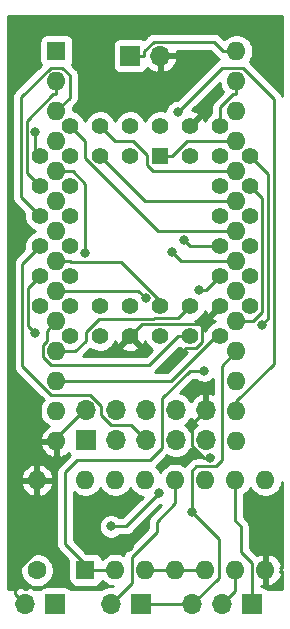
<source format=gbl>
G04 #@! TF.GenerationSoftware,KiCad,Pcbnew,(5.1.9)-1*
G04 #@! TF.CreationDate,2023-07-24T12:28:25+01:00*
G04 #@! TF.ProjectId,ezPLAv2.0_TestPCB,657a504c-4176-4322-9e30-5f5465737450,v2.0 TEST PCB*
G04 #@! TF.SameCoordinates,Original*
G04 #@! TF.FileFunction,Copper,L2,Bot*
G04 #@! TF.FilePolarity,Positive*
%FSLAX46Y46*%
G04 Gerber Fmt 4.6, Leading zero omitted, Abs format (unit mm)*
G04 Created by KiCad (PCBNEW (5.1.9)-1) date 2023-07-24 12:28:25*
%MOMM*%
%LPD*%
G01*
G04 APERTURE LIST*
G04 #@! TA.AperFunction,ComponentPad*
%ADD10R,1.600000X1.600000*%
G04 #@! TD*
G04 #@! TA.AperFunction,ComponentPad*
%ADD11O,1.600000X1.600000*%
G04 #@! TD*
G04 #@! TA.AperFunction,ComponentPad*
%ADD12O,1.700000X1.700000*%
G04 #@! TD*
G04 #@! TA.AperFunction,ComponentPad*
%ADD13R,1.700000X1.700000*%
G04 #@! TD*
G04 #@! TA.AperFunction,ComponentPad*
%ADD14C,1.422400*%
G04 #@! TD*
G04 #@! TA.AperFunction,ComponentPad*
%ADD15R,1.422400X1.422400*%
G04 #@! TD*
G04 #@! TA.AperFunction,ComponentPad*
%ADD16C,1.600000*%
G04 #@! TD*
G04 #@! TA.AperFunction,ViaPad*
%ADD17C,0.800000*%
G04 #@! TD*
G04 #@! TA.AperFunction,Conductor*
%ADD18C,0.250000*%
G04 #@! TD*
G04 #@! TA.AperFunction,Conductor*
%ADD19C,0.254000*%
G04 #@! TD*
G04 #@! TA.AperFunction,Conductor*
%ADD20C,0.100000*%
G04 #@! TD*
G04 APERTURE END LIST*
D10*
X140227600Y-102617000D03*
D11*
X155467600Y-135637000D03*
X140227600Y-105157000D03*
X155467600Y-133097000D03*
X140227600Y-107697000D03*
X155467600Y-130557000D03*
X140227600Y-110237000D03*
X155467600Y-128017000D03*
X140227600Y-112777000D03*
X155467600Y-125477000D03*
X140227600Y-115317000D03*
X155467600Y-122937000D03*
X140227600Y-117857000D03*
X155467600Y-120397000D03*
X140227600Y-120397000D03*
X155467600Y-117857000D03*
X140227600Y-122937000D03*
X155467600Y-115317000D03*
X140227600Y-125477000D03*
X155467600Y-112777000D03*
X140227600Y-128017000D03*
X155467600Y-110237000D03*
X140227600Y-130557000D03*
X155467600Y-107697000D03*
X140227600Y-133097000D03*
X155467600Y-105157000D03*
X140227600Y-135637000D03*
X155467600Y-102617000D03*
D12*
X149000000Y-103000000D03*
D13*
X146460000Y-103000000D03*
D14*
X156620000Y-111500000D03*
X156620000Y-114040000D03*
X156620000Y-116580000D03*
X156620000Y-119120000D03*
X156620000Y-121660000D03*
X154080000Y-108960000D03*
X154080000Y-114040000D03*
X154080000Y-116580000D03*
X154080000Y-119120000D03*
X154080000Y-121660000D03*
X154080000Y-124200000D03*
X154080000Y-126740000D03*
X151540000Y-126740000D03*
X149000000Y-126740000D03*
X146460000Y-126740000D03*
X143920000Y-126740000D03*
X141380000Y-126740000D03*
X156620000Y-124200000D03*
X151540000Y-124200000D03*
X149000000Y-124200000D03*
X146460000Y-124200000D03*
X143920000Y-124200000D03*
X141380000Y-124200000D03*
X138840000Y-124200000D03*
X138840000Y-121660000D03*
X138840000Y-119120000D03*
X138840000Y-116580000D03*
X138840000Y-114040000D03*
X138840000Y-111500000D03*
X141380000Y-121660000D03*
X141380000Y-119120000D03*
X141380000Y-116580000D03*
X141380000Y-114040000D03*
X141380000Y-111500000D03*
X151540000Y-108960000D03*
X149000000Y-108960000D03*
X141380000Y-108960000D03*
X143920000Y-108960000D03*
X146460000Y-108960000D03*
X154080000Y-111500000D03*
X151540000Y-111500000D03*
X143920000Y-111500000D03*
X146460000Y-111500000D03*
D15*
X149000000Y-111500000D03*
D13*
X142710000Y-135540000D03*
D12*
X142710000Y-133000000D03*
X145250000Y-135540000D03*
X145250000Y-133000000D03*
X147790000Y-135540000D03*
X147790000Y-133000000D03*
X150330000Y-135540000D03*
X150330000Y-133000000D03*
X152870000Y-135540000D03*
X152870000Y-133000000D03*
D16*
X138575000Y-146575000D03*
D11*
X138575000Y-138955000D03*
D10*
X142675000Y-146525000D03*
D11*
X157915000Y-138905000D03*
X145215000Y-146525000D03*
X155375000Y-138905000D03*
X147755000Y-146525000D03*
X152835000Y-138905000D03*
X150295000Y-146525000D03*
X150295000Y-138905000D03*
X152835000Y-146525000D03*
X147755000Y-138905000D03*
X155375000Y-146525000D03*
X145215000Y-138905000D03*
X157915000Y-146525000D03*
X142675000Y-138905000D03*
D13*
X156800000Y-149425000D03*
D12*
X154260000Y-149425000D03*
X151720000Y-149425000D03*
D13*
X140125000Y-149425000D03*
D12*
X137585000Y-149425000D03*
X144835000Y-149425000D03*
D13*
X147375000Y-149425000D03*
D17*
X151975000Y-130925000D03*
X150075000Y-128925000D03*
X153250000Y-137054975D03*
X140050000Y-145025000D03*
X146350000Y-144625000D03*
X157475000Y-140925000D03*
X138426800Y-126523700D03*
X138428300Y-109478500D03*
X152293200Y-122882000D03*
X147781700Y-123557800D03*
X150036600Y-119628000D03*
X157609100Y-125800400D03*
X142650000Y-119740500D03*
X152725000Y-129675000D03*
X150487100Y-107774200D03*
X151002700Y-118617400D03*
X151675000Y-141624998D03*
X148925000Y-140050000D03*
X144840001Y-142850000D03*
D18*
X146460000Y-126740000D02*
X147474989Y-125725011D01*
X147474989Y-125725011D02*
X148650224Y-125725011D01*
X148650224Y-125725011D02*
X148671835Y-125703400D01*
X148671835Y-125703400D02*
X152576600Y-125703400D01*
X152576600Y-125703400D02*
X154080000Y-124200000D01*
X151223799Y-127776201D02*
X150075000Y-128925000D01*
X152576201Y-127237377D02*
X152037377Y-127776201D01*
X152037377Y-127776201D02*
X151223799Y-127776201D01*
X152576201Y-125703799D02*
X152576201Y-127237377D01*
X154080000Y-124200000D02*
X152576201Y-125703799D01*
X151694999Y-136065661D02*
X152684315Y-137054975D01*
X151694999Y-134175001D02*
X151694999Y-136065661D01*
X152870000Y-133000000D02*
X151694999Y-134175001D01*
X152684315Y-137054975D02*
X153250000Y-137054975D01*
X142689200Y-133020800D02*
X142710000Y-133000000D01*
X142554200Y-133020800D02*
X142689200Y-133020800D01*
X140227600Y-135347400D02*
X142554200Y-133020800D01*
X140227600Y-135637000D02*
X140227600Y-135347400D01*
X138459998Y-145025000D02*
X140050000Y-145025000D01*
X136735001Y-146749997D02*
X138459998Y-145025000D01*
X136735001Y-148575001D02*
X136735001Y-146749997D01*
X137585000Y-149425000D02*
X136735001Y-148575001D01*
X138426800Y-126523700D02*
X137800000Y-125896900D01*
X137800000Y-125896900D02*
X137800000Y-122700000D01*
X137800000Y-122700000D02*
X138840000Y-121660000D01*
X155467600Y-102617000D02*
X154342300Y-102617000D01*
X146460000Y-103000000D02*
X147635300Y-103000000D01*
X147635300Y-103000000D02*
X147635300Y-102632700D01*
X147635300Y-102632700D02*
X148460600Y-101807400D01*
X148460600Y-101807400D02*
X153532700Y-101807400D01*
X153532700Y-101807400D02*
X154342300Y-102617000D01*
X138840000Y-111500000D02*
X138428300Y-111088300D01*
X138428300Y-111088300D02*
X138428300Y-109478500D01*
X138840000Y-119120000D02*
X137349700Y-120610300D01*
X137349700Y-120610300D02*
X137349700Y-129288900D01*
X137349700Y-129288900D02*
X139783300Y-131722500D01*
X139783300Y-131722500D02*
X143098900Y-131722500D01*
X143098900Y-131722500D02*
X144022000Y-132645600D01*
X144022000Y-132645600D02*
X144022000Y-133451900D01*
X144022000Y-133451900D02*
X144840100Y-134270000D01*
X144840100Y-134270000D02*
X146520000Y-134270000D01*
X146520000Y-134270000D02*
X147790000Y-135540000D01*
X154080000Y-121660000D02*
X152858000Y-122882000D01*
X152858000Y-122882000D02*
X152293200Y-122882000D01*
X155467600Y-105157000D02*
X155467600Y-106282300D01*
X154080000Y-108960000D02*
X154080000Y-107388600D01*
X154080000Y-107388600D02*
X155186300Y-106282300D01*
X155186300Y-106282300D02*
X155467600Y-106282300D01*
X149892989Y-130557000D02*
X140227600Y-130557000D01*
X153709989Y-126740000D02*
X149892989Y-130557000D01*
X154080000Y-126740000D02*
X153709989Y-126740000D01*
X149000000Y-111500000D02*
X150036500Y-111500000D01*
X150036500Y-111500000D02*
X151299500Y-110237000D01*
X151299500Y-110237000D02*
X155467600Y-110237000D01*
X141833000Y-128017000D02*
X140227600Y-128017000D01*
X142700000Y-127150000D02*
X141833000Y-128017000D01*
X142700000Y-126425000D02*
X142700000Y-127150000D01*
X143850000Y-125275000D02*
X142700000Y-126425000D01*
X148463824Y-125275000D02*
X143850000Y-125275000D01*
X148502623Y-125236201D02*
X148463824Y-125275000D01*
X150503799Y-125236201D02*
X148502623Y-125236201D01*
X151540000Y-124200000D02*
X150503799Y-125236201D01*
X143920000Y-108960000D02*
X145190000Y-110230000D01*
X145190000Y-110230000D02*
X146697000Y-110230000D01*
X146697000Y-110230000D02*
X147889300Y-111422300D01*
X147889300Y-111422300D02*
X147889300Y-112275400D01*
X147889300Y-112275400D02*
X148390900Y-112777000D01*
X148390900Y-112777000D02*
X155467600Y-112777000D01*
X139101700Y-128500700D02*
X139101700Y-127504800D01*
X139427601Y-126276999D02*
X140227600Y-125477000D01*
X139779900Y-129178900D02*
X139101700Y-128500700D01*
X139427601Y-127178899D02*
X139427601Y-126276999D01*
X139101700Y-127504800D02*
X139427601Y-127178899D01*
X150534212Y-126740000D02*
X148095312Y-129178900D01*
X148095312Y-129178900D02*
X139779900Y-129178900D01*
X151540000Y-126740000D02*
X150534212Y-126740000D01*
X143920000Y-111500000D02*
X147737000Y-115317000D01*
X147737000Y-115317000D02*
X155467600Y-115317000D01*
X141352900Y-122937000D02*
X147160900Y-122937000D01*
X147160900Y-122937000D02*
X147781700Y-123557800D01*
X140227600Y-122937000D02*
X141352900Y-122937000D01*
X141380000Y-108960000D02*
X142650000Y-110230000D01*
X142650000Y-110230000D02*
X142650000Y-111704700D01*
X142650000Y-111704700D02*
X148802300Y-117857000D01*
X148802300Y-117857000D02*
X155467600Y-117857000D01*
X149000000Y-124200000D02*
X149000000Y-123750300D01*
X149000000Y-123750300D02*
X145715500Y-120465800D01*
X145715500Y-120465800D02*
X141421700Y-120465800D01*
X141421700Y-120465800D02*
X141352900Y-120397000D01*
X140227600Y-120397000D02*
X141352900Y-120397000D01*
X155467600Y-120397000D02*
X150805600Y-120397000D01*
X150805600Y-120397000D02*
X150036600Y-119628000D01*
X157609100Y-125800400D02*
X158162800Y-125246700D01*
X158162800Y-125246700D02*
X158162800Y-113042800D01*
X158162800Y-113042800D02*
X156620000Y-111500000D01*
X156620000Y-114040000D02*
X157660900Y-115080900D01*
X157660900Y-115080900D02*
X157660900Y-124673900D01*
X157660900Y-124673900D02*
X156857800Y-125477000D01*
X156857800Y-125477000D02*
X155467600Y-125477000D01*
X140227600Y-112777000D02*
X141599900Y-112777000D01*
X141599900Y-112777000D02*
X142650000Y-113827100D01*
X142650000Y-113827100D02*
X142650000Y-119740500D01*
X142675000Y-146525000D02*
X145215000Y-146525000D01*
X142675000Y-146075000D02*
X141475000Y-144875000D01*
X142675000Y-146525000D02*
X142675000Y-146075000D01*
X140950000Y-144350000D02*
X141475000Y-144875000D01*
X148150000Y-137250000D02*
X141975000Y-137250000D01*
X149150001Y-132024999D02*
X149150001Y-136249999D01*
X140950000Y-138275000D02*
X140950000Y-144350000D01*
X141975000Y-137250000D02*
X140950000Y-138275000D01*
X151500000Y-129675000D02*
X149150001Y-132024999D01*
X149150001Y-136249999D02*
X148150000Y-137250000D01*
X152725000Y-129675000D02*
X151500000Y-129675000D01*
X140227600Y-107697000D02*
X141370000Y-106554600D01*
X141370000Y-106554600D02*
X141370000Y-104670200D01*
X141370000Y-104670200D02*
X140710700Y-104010900D01*
X140710700Y-104010900D02*
X139751200Y-104010900D01*
X139751200Y-104010900D02*
X137252700Y-106509400D01*
X137252700Y-106509400D02*
X137252700Y-114992700D01*
X137252700Y-114992700D02*
X138840000Y-116580000D01*
X154080000Y-119120000D02*
X151505300Y-119120000D01*
X151505300Y-119120000D02*
X151002700Y-118617400D01*
X154232600Y-104028700D02*
X150487100Y-107774200D01*
X156001700Y-104028700D02*
X154232600Y-104028700D01*
X158613100Y-106640100D02*
X156001700Y-104028700D01*
X158613100Y-129084400D02*
X158613100Y-106640100D01*
X155467600Y-132229900D02*
X158613100Y-129084400D01*
X155467600Y-133097000D02*
X155467600Y-132229900D01*
X140227600Y-106282300D02*
X139946300Y-106282300D01*
X139946300Y-106282300D02*
X137703000Y-108525600D01*
X137703000Y-108525600D02*
X137703000Y-112903000D01*
X137703000Y-112903000D02*
X138840000Y-114040000D01*
X140227600Y-105157000D02*
X140227600Y-106282300D01*
X151924998Y-141624998D02*
X151675000Y-141624998D01*
X151675000Y-141624998D02*
X152900002Y-142850000D01*
X151674999Y-138180000D02*
X151675000Y-141624998D01*
X152075000Y-137779999D02*
X151674999Y-138180000D01*
X154250001Y-137273001D02*
X153743003Y-137779999D01*
X153743003Y-137779999D02*
X152075000Y-137779999D01*
X154250001Y-129234599D02*
X154250001Y-137273001D01*
X155467600Y-128017000D02*
X154250001Y-129234599D01*
X153960001Y-143909999D02*
X152900002Y-142850000D01*
X153960001Y-147184999D02*
X153960001Y-143909999D01*
X151720000Y-149425000D02*
X153960001Y-147184999D01*
X147375000Y-149425000D02*
X151720000Y-149425000D01*
X147755000Y-146525000D02*
X150295000Y-146525000D01*
X150295000Y-146525000D02*
X152835000Y-146525000D01*
X154750000Y-146525000D02*
X155375000Y-146525000D01*
X154260000Y-149425000D02*
X155350000Y-148335000D01*
X155350000Y-146550000D02*
X155375000Y-146525000D01*
X155350000Y-148335000D02*
X155350000Y-146550000D01*
X152835000Y-138905000D02*
X153200000Y-139270000D01*
X155375000Y-142410000D02*
X155815000Y-142850000D01*
X155375000Y-138905000D02*
X155375000Y-142410000D01*
X144840001Y-142850000D02*
X144840001Y-142850000D01*
X146125000Y-142850000D02*
X148925000Y-140050000D01*
X156789999Y-149414999D02*
X156800000Y-149425000D01*
X156789999Y-145989999D02*
X156789999Y-149414999D01*
X155815000Y-145015000D02*
X156789999Y-145989999D01*
X155815000Y-142850000D02*
X155815000Y-145015000D01*
X144840001Y-142850000D02*
X146125000Y-142850000D01*
X150295000Y-138905000D02*
X150224990Y-138975010D01*
X150295000Y-138905000D02*
X150295000Y-139655000D01*
X148739992Y-142465007D02*
X148739992Y-142850000D01*
X150295000Y-140909999D02*
X148739992Y-142465007D01*
X150295000Y-138905000D02*
X150295000Y-140909999D01*
X146629999Y-145418003D02*
X148739992Y-143308010D01*
X148739992Y-143308010D02*
X148739992Y-142465007D01*
X146629999Y-147630001D02*
X146629999Y-145418003D01*
X144835000Y-149425000D02*
X146629999Y-147630001D01*
D19*
X159340000Y-146397998D02*
X159185625Y-146397998D01*
X159306909Y-146175960D01*
X159212070Y-145911119D01*
X159067385Y-145669869D01*
X158878414Y-145461481D01*
X158652420Y-145293963D01*
X158398087Y-145173754D01*
X158264039Y-145133096D01*
X158042000Y-145255085D01*
X158042000Y-146398000D01*
X158062000Y-146398000D01*
X158062000Y-146652000D01*
X158042000Y-146652000D01*
X158042000Y-147794915D01*
X158264039Y-147916904D01*
X158398087Y-147876246D01*
X158652420Y-147756037D01*
X158878414Y-147588519D01*
X159067385Y-147380131D01*
X159212070Y-147138881D01*
X159306909Y-146874040D01*
X159185625Y-146652002D01*
X159340000Y-146652002D01*
X159340000Y-148173000D01*
X158141550Y-148173000D01*
X158101185Y-148123815D01*
X158004494Y-148044463D01*
X157894180Y-147985498D01*
X157774482Y-147949188D01*
X157650000Y-147936928D01*
X157549999Y-147936928D01*
X157549999Y-147912063D01*
X157565961Y-147916904D01*
X157788000Y-147794915D01*
X157788000Y-146652000D01*
X157768000Y-146652000D01*
X157768000Y-146398000D01*
X157788000Y-146398000D01*
X157788000Y-145255085D01*
X157565961Y-145133096D01*
X157431913Y-145173754D01*
X157177580Y-145293963D01*
X157172517Y-145297716D01*
X156575000Y-144700199D01*
X156575000Y-142887323D01*
X156578676Y-142850000D01*
X156575000Y-142812677D01*
X156575000Y-142812667D01*
X156564003Y-142701014D01*
X156520546Y-142557753D01*
X156470972Y-142465007D01*
X156449974Y-142425723D01*
X156407525Y-142374000D01*
X156355001Y-142309999D01*
X156325998Y-142286197D01*
X156135000Y-142095199D01*
X156135000Y-140123043D01*
X156289759Y-140019637D01*
X156489637Y-139819759D01*
X156645000Y-139587241D01*
X156800363Y-139819759D01*
X157000241Y-140019637D01*
X157235273Y-140176680D01*
X157496426Y-140284853D01*
X157773665Y-140340000D01*
X158056335Y-140340000D01*
X158333574Y-140284853D01*
X158594727Y-140176680D01*
X158829759Y-140019637D01*
X159029637Y-139819759D01*
X159186680Y-139584727D01*
X159294853Y-139323574D01*
X159340000Y-139096607D01*
X159340000Y-146397998D01*
G04 #@! TA.AperFunction,Conductor*
D20*
G36*
X159340000Y-146397998D02*
G01*
X159185625Y-146397998D01*
X159306909Y-146175960D01*
X159212070Y-145911119D01*
X159067385Y-145669869D01*
X158878414Y-145461481D01*
X158652420Y-145293963D01*
X158398087Y-145173754D01*
X158264039Y-145133096D01*
X158042000Y-145255085D01*
X158042000Y-146398000D01*
X158062000Y-146398000D01*
X158062000Y-146652000D01*
X158042000Y-146652000D01*
X158042000Y-147794915D01*
X158264039Y-147916904D01*
X158398087Y-147876246D01*
X158652420Y-147756037D01*
X158878414Y-147588519D01*
X159067385Y-147380131D01*
X159212070Y-147138881D01*
X159306909Y-146874040D01*
X159185625Y-146652002D01*
X159340000Y-146652002D01*
X159340000Y-148173000D01*
X158141550Y-148173000D01*
X158101185Y-148123815D01*
X158004494Y-148044463D01*
X157894180Y-147985498D01*
X157774482Y-147949188D01*
X157650000Y-147936928D01*
X157549999Y-147936928D01*
X157549999Y-147912063D01*
X157565961Y-147916904D01*
X157788000Y-147794915D01*
X157788000Y-146652000D01*
X157768000Y-146652000D01*
X157768000Y-146398000D01*
X157788000Y-146398000D01*
X157788000Y-145255085D01*
X157565961Y-145133096D01*
X157431913Y-145173754D01*
X157177580Y-145293963D01*
X157172517Y-145297716D01*
X156575000Y-144700199D01*
X156575000Y-142887323D01*
X156578676Y-142850000D01*
X156575000Y-142812677D01*
X156575000Y-142812667D01*
X156564003Y-142701014D01*
X156520546Y-142557753D01*
X156470972Y-142465007D01*
X156449974Y-142425723D01*
X156407525Y-142374000D01*
X156355001Y-142309999D01*
X156325998Y-142286197D01*
X156135000Y-142095199D01*
X156135000Y-140123043D01*
X156289759Y-140019637D01*
X156489637Y-139819759D01*
X156645000Y-139587241D01*
X156800363Y-139819759D01*
X157000241Y-140019637D01*
X157235273Y-140176680D01*
X157496426Y-140284853D01*
X157773665Y-140340000D01*
X158056335Y-140340000D01*
X158333574Y-140284853D01*
X158594727Y-140176680D01*
X158829759Y-140019637D01*
X159029637Y-139819759D01*
X159186680Y-139584727D01*
X159294853Y-139323574D01*
X159340000Y-139096607D01*
X159340000Y-146397998D01*
G37*
G04 #@! TD.AperFunction*
D19*
X159340001Y-106418252D02*
X159318646Y-106347853D01*
X159248074Y-106215824D01*
X159153101Y-106100099D01*
X159124103Y-106076301D01*
X156580899Y-103533097D01*
X156582237Y-103531759D01*
X156739280Y-103296727D01*
X156847453Y-103035574D01*
X156902600Y-102758335D01*
X156902600Y-102475665D01*
X156847453Y-102198426D01*
X156739280Y-101937273D01*
X156582237Y-101702241D01*
X156382359Y-101502363D01*
X156147327Y-101345320D01*
X155886174Y-101237147D01*
X155608935Y-101182000D01*
X155326265Y-101182000D01*
X155049026Y-101237147D01*
X154787873Y-101345320D01*
X154552841Y-101502363D01*
X154427653Y-101627551D01*
X154096503Y-101296402D01*
X154072701Y-101267399D01*
X153956976Y-101172426D01*
X153824947Y-101101854D01*
X153681686Y-101058397D01*
X153570033Y-101047400D01*
X153570022Y-101047400D01*
X153532700Y-101043724D01*
X153495378Y-101047400D01*
X148497922Y-101047400D01*
X148460599Y-101043724D01*
X148423276Y-101047400D01*
X148423267Y-101047400D01*
X148311614Y-101058397D01*
X148168353Y-101101854D01*
X148036324Y-101172426D01*
X148036322Y-101172427D01*
X148036323Y-101172427D01*
X147949596Y-101243601D01*
X147949592Y-101243605D01*
X147920599Y-101267399D01*
X147896805Y-101296392D01*
X147605349Y-101587849D01*
X147554180Y-101560498D01*
X147434482Y-101524188D01*
X147310000Y-101511928D01*
X145610000Y-101511928D01*
X145485518Y-101524188D01*
X145365820Y-101560498D01*
X145255506Y-101619463D01*
X145158815Y-101698815D01*
X145079463Y-101795506D01*
X145020498Y-101905820D01*
X144984188Y-102025518D01*
X144971928Y-102150000D01*
X144971928Y-103850000D01*
X144984188Y-103974482D01*
X145020498Y-104094180D01*
X145079463Y-104204494D01*
X145158815Y-104301185D01*
X145255506Y-104380537D01*
X145365820Y-104439502D01*
X145485518Y-104475812D01*
X145610000Y-104488072D01*
X147310000Y-104488072D01*
X147434482Y-104475812D01*
X147554180Y-104439502D01*
X147664494Y-104380537D01*
X147761185Y-104301185D01*
X147840537Y-104204494D01*
X147899502Y-104094180D01*
X147923966Y-104013534D01*
X147999731Y-104097588D01*
X148233080Y-104271641D01*
X148495901Y-104396825D01*
X148643110Y-104441476D01*
X148873000Y-104320155D01*
X148873000Y-103127000D01*
X149127000Y-103127000D01*
X149127000Y-104320155D01*
X149356890Y-104441476D01*
X149504099Y-104396825D01*
X149766920Y-104271641D01*
X150000269Y-104097588D01*
X150195178Y-103881355D01*
X150344157Y-103631252D01*
X150441481Y-103356891D01*
X150320814Y-103127000D01*
X149127000Y-103127000D01*
X148873000Y-103127000D01*
X148853000Y-103127000D01*
X148853000Y-102873000D01*
X148873000Y-102873000D01*
X148873000Y-102853000D01*
X149127000Y-102853000D01*
X149127000Y-102873000D01*
X150320814Y-102873000D01*
X150441481Y-102643109D01*
X150414625Y-102567400D01*
X153217899Y-102567400D01*
X153778501Y-103128002D01*
X153802299Y-103157001D01*
X153918024Y-103251974D01*
X154011063Y-103301705D01*
X153942361Y-103322545D01*
X153940353Y-103323154D01*
X153808323Y-103393726D01*
X153743286Y-103447101D01*
X153692599Y-103488699D01*
X153668801Y-103517697D01*
X150447299Y-106739200D01*
X150385161Y-106739200D01*
X150185202Y-106778974D01*
X149996844Y-106856995D01*
X149827326Y-106970263D01*
X149683163Y-107114426D01*
X149569895Y-107283944D01*
X149491874Y-107472302D01*
X149452100Y-107672261D01*
X149452100Y-107690149D01*
X149392672Y-107665533D01*
X149132589Y-107613800D01*
X148867411Y-107613800D01*
X148607328Y-107665533D01*
X148362335Y-107767013D01*
X148141847Y-107914338D01*
X147954338Y-108101847D01*
X147807013Y-108322335D01*
X147730000Y-108508260D01*
X147652987Y-108322335D01*
X147505662Y-108101847D01*
X147318153Y-107914338D01*
X147097665Y-107767013D01*
X146852672Y-107665533D01*
X146592589Y-107613800D01*
X146327411Y-107613800D01*
X146067328Y-107665533D01*
X145822335Y-107767013D01*
X145601847Y-107914338D01*
X145414338Y-108101847D01*
X145267013Y-108322335D01*
X145190000Y-108508260D01*
X145112987Y-108322335D01*
X144965662Y-108101847D01*
X144778153Y-107914338D01*
X144557665Y-107767013D01*
X144312672Y-107665533D01*
X144052589Y-107613800D01*
X143787411Y-107613800D01*
X143527328Y-107665533D01*
X143282335Y-107767013D01*
X143061847Y-107914338D01*
X142874338Y-108101847D01*
X142727013Y-108322335D01*
X142650000Y-108508260D01*
X142572987Y-108322335D01*
X142425662Y-108101847D01*
X142238153Y-107914338D01*
X142017665Y-107767013D01*
X141772672Y-107665533D01*
X141662600Y-107643639D01*
X141662600Y-107555665D01*
X141626288Y-107373114D01*
X141881004Y-107118398D01*
X141910001Y-107094601D01*
X142004974Y-106978876D01*
X142075546Y-106846847D01*
X142119003Y-106703586D01*
X142130000Y-106591933D01*
X142130000Y-106591932D01*
X142133677Y-106554600D01*
X142130000Y-106517267D01*
X142130000Y-104707522D01*
X142133676Y-104670199D01*
X142130000Y-104632877D01*
X142130000Y-104632867D01*
X142119003Y-104521214D01*
X142075546Y-104377953D01*
X142035561Y-104303147D01*
X142004974Y-104245923D01*
X141933799Y-104159197D01*
X141910001Y-104130199D01*
X141881002Y-104106400D01*
X141552709Y-103778108D01*
X141558137Y-103771494D01*
X141617102Y-103661180D01*
X141653412Y-103541482D01*
X141665672Y-103417000D01*
X141665672Y-101817000D01*
X141653412Y-101692518D01*
X141617102Y-101572820D01*
X141558137Y-101462506D01*
X141478785Y-101365815D01*
X141382094Y-101286463D01*
X141271780Y-101227498D01*
X141152082Y-101191188D01*
X141027600Y-101178928D01*
X139427600Y-101178928D01*
X139303118Y-101191188D01*
X139183420Y-101227498D01*
X139073106Y-101286463D01*
X138976415Y-101365815D01*
X138897063Y-101462506D01*
X138838098Y-101572820D01*
X138801788Y-101692518D01*
X138789528Y-101817000D01*
X138789528Y-103417000D01*
X138801788Y-103541482D01*
X138838098Y-103661180D01*
X138897063Y-103771494D01*
X138905511Y-103781788D01*
X136741703Y-105945596D01*
X136712699Y-105969399D01*
X136683379Y-106005126D01*
X136617726Y-106085124D01*
X136547865Y-106215823D01*
X136547154Y-106217154D01*
X136503697Y-106360415D01*
X136492700Y-106472068D01*
X136492700Y-106472078D01*
X136489024Y-106509400D01*
X136492700Y-106546722D01*
X136492701Y-114955368D01*
X136489024Y-114992700D01*
X136503698Y-115141685D01*
X136547154Y-115284946D01*
X136617726Y-115416976D01*
X136657948Y-115465986D01*
X136712700Y-115532701D01*
X136741698Y-115556499D01*
X137516830Y-116331631D01*
X137493800Y-116447411D01*
X137493800Y-116712589D01*
X137545533Y-116972672D01*
X137647013Y-117217665D01*
X137794338Y-117438153D01*
X137981847Y-117625662D01*
X138202335Y-117772987D01*
X138388260Y-117850000D01*
X138202335Y-117927013D01*
X137981847Y-118074338D01*
X137794338Y-118261847D01*
X137647013Y-118482335D01*
X137545533Y-118727328D01*
X137493800Y-118987411D01*
X137493800Y-119252589D01*
X137516830Y-119368368D01*
X136838702Y-120046497D01*
X136809699Y-120070299D01*
X136781424Y-120104753D01*
X136714726Y-120186024D01*
X136681591Y-120248015D01*
X136644154Y-120318054D01*
X136600697Y-120461315D01*
X136589700Y-120572968D01*
X136589700Y-120572978D01*
X136586024Y-120610300D01*
X136589700Y-120647622D01*
X136589701Y-129251568D01*
X136586024Y-129288900D01*
X136589701Y-129326233D01*
X136600698Y-129437886D01*
X136613880Y-129481342D01*
X136644154Y-129581146D01*
X136714726Y-129713176D01*
X136784667Y-129798398D01*
X136809700Y-129828901D01*
X136838698Y-129852699D01*
X139140601Y-132154603D01*
X139112963Y-132182241D01*
X138955920Y-132417273D01*
X138847747Y-132678426D01*
X138792600Y-132955665D01*
X138792600Y-133238335D01*
X138847747Y-133515574D01*
X138955920Y-133776727D01*
X139112963Y-134011759D01*
X139312841Y-134211637D01*
X139547873Y-134368680D01*
X139558465Y-134373067D01*
X139372469Y-134484615D01*
X139164081Y-134673586D01*
X138996563Y-134899580D01*
X138876354Y-135153913D01*
X138835696Y-135287961D01*
X138957685Y-135510000D01*
X140100600Y-135510000D01*
X140100600Y-135490000D01*
X140354600Y-135490000D01*
X140354600Y-135510000D01*
X140374600Y-135510000D01*
X140374600Y-135764000D01*
X140354600Y-135764000D01*
X140354600Y-136907624D01*
X140576640Y-137028909D01*
X140841481Y-136934070D01*
X141082731Y-136789385D01*
X141266914Y-136622364D01*
X141270498Y-136634180D01*
X141329463Y-136744494D01*
X141363829Y-136786369D01*
X140439002Y-137711196D01*
X140409999Y-137734999D01*
X140354871Y-137802174D01*
X140315026Y-137850724D01*
X140258997Y-137955546D01*
X140244454Y-137982754D01*
X140200997Y-138126015D01*
X140190000Y-138237668D01*
X140190000Y-138237678D01*
X140186324Y-138275000D01*
X140190000Y-138312323D01*
X140190001Y-144312668D01*
X140186324Y-144350000D01*
X140190001Y-144387333D01*
X140198636Y-144474999D01*
X140200998Y-144498985D01*
X140244454Y-144642246D01*
X140315026Y-144774276D01*
X140386201Y-144861002D01*
X140410000Y-144890001D01*
X140438998Y-144913799D01*
X140963997Y-145438799D01*
X140964002Y-145438803D01*
X141238118Y-145712919D01*
X141236928Y-145725000D01*
X141236928Y-147325000D01*
X141249188Y-147449482D01*
X141285498Y-147569180D01*
X141344463Y-147679494D01*
X141423815Y-147776185D01*
X141520506Y-147855537D01*
X141630820Y-147914502D01*
X141750518Y-147950812D01*
X141875000Y-147963072D01*
X143475000Y-147963072D01*
X143599482Y-147950812D01*
X143719180Y-147914502D01*
X143829494Y-147855537D01*
X143926185Y-147776185D01*
X144005537Y-147679494D01*
X144064502Y-147569180D01*
X144100812Y-147449482D01*
X144101643Y-147441039D01*
X144300241Y-147639637D01*
X144535273Y-147796680D01*
X144796426Y-147904853D01*
X144973120Y-147940000D01*
X144688740Y-147940000D01*
X144401842Y-147997068D01*
X144131589Y-148109010D01*
X144035821Y-148173000D01*
X141466550Y-148173000D01*
X141426185Y-148123815D01*
X141329494Y-148044463D01*
X141219180Y-147985498D01*
X141099482Y-147949188D01*
X140975000Y-147936928D01*
X139275000Y-147936928D01*
X139150518Y-147949188D01*
X139030820Y-147985498D01*
X138920506Y-148044463D01*
X138823815Y-148123815D01*
X138783450Y-148173000D01*
X138378252Y-148173000D01*
X138351920Y-148153359D01*
X138089099Y-148028175D01*
X137941890Y-147983524D01*
X137712000Y-148104845D01*
X137712000Y-148173000D01*
X137458000Y-148173000D01*
X137458000Y-148104845D01*
X137228110Y-147983524D01*
X137080901Y-148028175D01*
X136818080Y-148153359D01*
X136791748Y-148173000D01*
X136160000Y-148173000D01*
X136160000Y-146433665D01*
X137140000Y-146433665D01*
X137140000Y-146716335D01*
X137195147Y-146993574D01*
X137303320Y-147254727D01*
X137460363Y-147489759D01*
X137660241Y-147689637D01*
X137895273Y-147846680D01*
X138156426Y-147954853D01*
X138433665Y-148010000D01*
X138716335Y-148010000D01*
X138993574Y-147954853D01*
X139254727Y-147846680D01*
X139489759Y-147689637D01*
X139689637Y-147489759D01*
X139846680Y-147254727D01*
X139954853Y-146993574D01*
X140010000Y-146716335D01*
X140010000Y-146433665D01*
X139954853Y-146156426D01*
X139846680Y-145895273D01*
X139689637Y-145660241D01*
X139489759Y-145460363D01*
X139254727Y-145303320D01*
X138993574Y-145195147D01*
X138716335Y-145140000D01*
X138433665Y-145140000D01*
X138156426Y-145195147D01*
X137895273Y-145303320D01*
X137660241Y-145460363D01*
X137460363Y-145660241D01*
X137303320Y-145895273D01*
X137195147Y-146156426D01*
X137140000Y-146433665D01*
X136160000Y-146433665D01*
X136160000Y-139304040D01*
X137183091Y-139304040D01*
X137277930Y-139568881D01*
X137422615Y-139810131D01*
X137611586Y-140018519D01*
X137837580Y-140186037D01*
X138091913Y-140306246D01*
X138225961Y-140346904D01*
X138448000Y-140224915D01*
X138448000Y-139082000D01*
X138702000Y-139082000D01*
X138702000Y-140224915D01*
X138924039Y-140346904D01*
X139058087Y-140306246D01*
X139312420Y-140186037D01*
X139538414Y-140018519D01*
X139727385Y-139810131D01*
X139872070Y-139568881D01*
X139966909Y-139304040D01*
X139845624Y-139082000D01*
X138702000Y-139082000D01*
X138448000Y-139082000D01*
X137304376Y-139082000D01*
X137183091Y-139304040D01*
X136160000Y-139304040D01*
X136160000Y-138605960D01*
X137183091Y-138605960D01*
X137304376Y-138828000D01*
X138448000Y-138828000D01*
X138448000Y-137685085D01*
X138702000Y-137685085D01*
X138702000Y-138828000D01*
X139845624Y-138828000D01*
X139966909Y-138605960D01*
X139872070Y-138341119D01*
X139727385Y-138099869D01*
X139538414Y-137891481D01*
X139312420Y-137723963D01*
X139058087Y-137603754D01*
X138924039Y-137563096D01*
X138702000Y-137685085D01*
X138448000Y-137685085D01*
X138225961Y-137563096D01*
X138091913Y-137603754D01*
X137837580Y-137723963D01*
X137611586Y-137891481D01*
X137422615Y-138099869D01*
X137277930Y-138341119D01*
X137183091Y-138605960D01*
X136160000Y-138605960D01*
X136160000Y-135986039D01*
X138835696Y-135986039D01*
X138876354Y-136120087D01*
X138996563Y-136374420D01*
X139164081Y-136600414D01*
X139372469Y-136789385D01*
X139613719Y-136934070D01*
X139878560Y-137028909D01*
X140100600Y-136907624D01*
X140100600Y-135764000D01*
X138957685Y-135764000D01*
X138835696Y-135986039D01*
X136160000Y-135986039D01*
X136160000Y-99660000D01*
X159340001Y-99660000D01*
X159340001Y-106418252D01*
G04 #@! TA.AperFunction,Conductor*
D20*
G36*
X159340001Y-106418252D02*
G01*
X159318646Y-106347853D01*
X159248074Y-106215824D01*
X159153101Y-106100099D01*
X159124103Y-106076301D01*
X156580899Y-103533097D01*
X156582237Y-103531759D01*
X156739280Y-103296727D01*
X156847453Y-103035574D01*
X156902600Y-102758335D01*
X156902600Y-102475665D01*
X156847453Y-102198426D01*
X156739280Y-101937273D01*
X156582237Y-101702241D01*
X156382359Y-101502363D01*
X156147327Y-101345320D01*
X155886174Y-101237147D01*
X155608935Y-101182000D01*
X155326265Y-101182000D01*
X155049026Y-101237147D01*
X154787873Y-101345320D01*
X154552841Y-101502363D01*
X154427653Y-101627551D01*
X154096503Y-101296402D01*
X154072701Y-101267399D01*
X153956976Y-101172426D01*
X153824947Y-101101854D01*
X153681686Y-101058397D01*
X153570033Y-101047400D01*
X153570022Y-101047400D01*
X153532700Y-101043724D01*
X153495378Y-101047400D01*
X148497922Y-101047400D01*
X148460599Y-101043724D01*
X148423276Y-101047400D01*
X148423267Y-101047400D01*
X148311614Y-101058397D01*
X148168353Y-101101854D01*
X148036324Y-101172426D01*
X148036322Y-101172427D01*
X148036323Y-101172427D01*
X147949596Y-101243601D01*
X147949592Y-101243605D01*
X147920599Y-101267399D01*
X147896805Y-101296392D01*
X147605349Y-101587849D01*
X147554180Y-101560498D01*
X147434482Y-101524188D01*
X147310000Y-101511928D01*
X145610000Y-101511928D01*
X145485518Y-101524188D01*
X145365820Y-101560498D01*
X145255506Y-101619463D01*
X145158815Y-101698815D01*
X145079463Y-101795506D01*
X145020498Y-101905820D01*
X144984188Y-102025518D01*
X144971928Y-102150000D01*
X144971928Y-103850000D01*
X144984188Y-103974482D01*
X145020498Y-104094180D01*
X145079463Y-104204494D01*
X145158815Y-104301185D01*
X145255506Y-104380537D01*
X145365820Y-104439502D01*
X145485518Y-104475812D01*
X145610000Y-104488072D01*
X147310000Y-104488072D01*
X147434482Y-104475812D01*
X147554180Y-104439502D01*
X147664494Y-104380537D01*
X147761185Y-104301185D01*
X147840537Y-104204494D01*
X147899502Y-104094180D01*
X147923966Y-104013534D01*
X147999731Y-104097588D01*
X148233080Y-104271641D01*
X148495901Y-104396825D01*
X148643110Y-104441476D01*
X148873000Y-104320155D01*
X148873000Y-103127000D01*
X149127000Y-103127000D01*
X149127000Y-104320155D01*
X149356890Y-104441476D01*
X149504099Y-104396825D01*
X149766920Y-104271641D01*
X150000269Y-104097588D01*
X150195178Y-103881355D01*
X150344157Y-103631252D01*
X150441481Y-103356891D01*
X150320814Y-103127000D01*
X149127000Y-103127000D01*
X148873000Y-103127000D01*
X148853000Y-103127000D01*
X148853000Y-102873000D01*
X148873000Y-102873000D01*
X148873000Y-102853000D01*
X149127000Y-102853000D01*
X149127000Y-102873000D01*
X150320814Y-102873000D01*
X150441481Y-102643109D01*
X150414625Y-102567400D01*
X153217899Y-102567400D01*
X153778501Y-103128002D01*
X153802299Y-103157001D01*
X153918024Y-103251974D01*
X154011063Y-103301705D01*
X153942361Y-103322545D01*
X153940353Y-103323154D01*
X153808323Y-103393726D01*
X153743286Y-103447101D01*
X153692599Y-103488699D01*
X153668801Y-103517697D01*
X150447299Y-106739200D01*
X150385161Y-106739200D01*
X150185202Y-106778974D01*
X149996844Y-106856995D01*
X149827326Y-106970263D01*
X149683163Y-107114426D01*
X149569895Y-107283944D01*
X149491874Y-107472302D01*
X149452100Y-107672261D01*
X149452100Y-107690149D01*
X149392672Y-107665533D01*
X149132589Y-107613800D01*
X148867411Y-107613800D01*
X148607328Y-107665533D01*
X148362335Y-107767013D01*
X148141847Y-107914338D01*
X147954338Y-108101847D01*
X147807013Y-108322335D01*
X147730000Y-108508260D01*
X147652987Y-108322335D01*
X147505662Y-108101847D01*
X147318153Y-107914338D01*
X147097665Y-107767013D01*
X146852672Y-107665533D01*
X146592589Y-107613800D01*
X146327411Y-107613800D01*
X146067328Y-107665533D01*
X145822335Y-107767013D01*
X145601847Y-107914338D01*
X145414338Y-108101847D01*
X145267013Y-108322335D01*
X145190000Y-108508260D01*
X145112987Y-108322335D01*
X144965662Y-108101847D01*
X144778153Y-107914338D01*
X144557665Y-107767013D01*
X144312672Y-107665533D01*
X144052589Y-107613800D01*
X143787411Y-107613800D01*
X143527328Y-107665533D01*
X143282335Y-107767013D01*
X143061847Y-107914338D01*
X142874338Y-108101847D01*
X142727013Y-108322335D01*
X142650000Y-108508260D01*
X142572987Y-108322335D01*
X142425662Y-108101847D01*
X142238153Y-107914338D01*
X142017665Y-107767013D01*
X141772672Y-107665533D01*
X141662600Y-107643639D01*
X141662600Y-107555665D01*
X141626288Y-107373114D01*
X141881004Y-107118398D01*
X141910001Y-107094601D01*
X142004974Y-106978876D01*
X142075546Y-106846847D01*
X142119003Y-106703586D01*
X142130000Y-106591933D01*
X142130000Y-106591932D01*
X142133677Y-106554600D01*
X142130000Y-106517267D01*
X142130000Y-104707522D01*
X142133676Y-104670199D01*
X142130000Y-104632877D01*
X142130000Y-104632867D01*
X142119003Y-104521214D01*
X142075546Y-104377953D01*
X142035561Y-104303147D01*
X142004974Y-104245923D01*
X141933799Y-104159197D01*
X141910001Y-104130199D01*
X141881002Y-104106400D01*
X141552709Y-103778108D01*
X141558137Y-103771494D01*
X141617102Y-103661180D01*
X141653412Y-103541482D01*
X141665672Y-103417000D01*
X141665672Y-101817000D01*
X141653412Y-101692518D01*
X141617102Y-101572820D01*
X141558137Y-101462506D01*
X141478785Y-101365815D01*
X141382094Y-101286463D01*
X141271780Y-101227498D01*
X141152082Y-101191188D01*
X141027600Y-101178928D01*
X139427600Y-101178928D01*
X139303118Y-101191188D01*
X139183420Y-101227498D01*
X139073106Y-101286463D01*
X138976415Y-101365815D01*
X138897063Y-101462506D01*
X138838098Y-101572820D01*
X138801788Y-101692518D01*
X138789528Y-101817000D01*
X138789528Y-103417000D01*
X138801788Y-103541482D01*
X138838098Y-103661180D01*
X138897063Y-103771494D01*
X138905511Y-103781788D01*
X136741703Y-105945596D01*
X136712699Y-105969399D01*
X136683379Y-106005126D01*
X136617726Y-106085124D01*
X136547865Y-106215823D01*
X136547154Y-106217154D01*
X136503697Y-106360415D01*
X136492700Y-106472068D01*
X136492700Y-106472078D01*
X136489024Y-106509400D01*
X136492700Y-106546722D01*
X136492701Y-114955368D01*
X136489024Y-114992700D01*
X136503698Y-115141685D01*
X136547154Y-115284946D01*
X136617726Y-115416976D01*
X136657948Y-115465986D01*
X136712700Y-115532701D01*
X136741698Y-115556499D01*
X137516830Y-116331631D01*
X137493800Y-116447411D01*
X137493800Y-116712589D01*
X137545533Y-116972672D01*
X137647013Y-117217665D01*
X137794338Y-117438153D01*
X137981847Y-117625662D01*
X138202335Y-117772987D01*
X138388260Y-117850000D01*
X138202335Y-117927013D01*
X137981847Y-118074338D01*
X137794338Y-118261847D01*
X137647013Y-118482335D01*
X137545533Y-118727328D01*
X137493800Y-118987411D01*
X137493800Y-119252589D01*
X137516830Y-119368368D01*
X136838702Y-120046497D01*
X136809699Y-120070299D01*
X136781424Y-120104753D01*
X136714726Y-120186024D01*
X136681591Y-120248015D01*
X136644154Y-120318054D01*
X136600697Y-120461315D01*
X136589700Y-120572968D01*
X136589700Y-120572978D01*
X136586024Y-120610300D01*
X136589700Y-120647622D01*
X136589701Y-129251568D01*
X136586024Y-129288900D01*
X136589701Y-129326233D01*
X136600698Y-129437886D01*
X136613880Y-129481342D01*
X136644154Y-129581146D01*
X136714726Y-129713176D01*
X136784667Y-129798398D01*
X136809700Y-129828901D01*
X136838698Y-129852699D01*
X139140601Y-132154603D01*
X139112963Y-132182241D01*
X138955920Y-132417273D01*
X138847747Y-132678426D01*
X138792600Y-132955665D01*
X138792600Y-133238335D01*
X138847747Y-133515574D01*
X138955920Y-133776727D01*
X139112963Y-134011759D01*
X139312841Y-134211637D01*
X139547873Y-134368680D01*
X139558465Y-134373067D01*
X139372469Y-134484615D01*
X139164081Y-134673586D01*
X138996563Y-134899580D01*
X138876354Y-135153913D01*
X138835696Y-135287961D01*
X138957685Y-135510000D01*
X140100600Y-135510000D01*
X140100600Y-135490000D01*
X140354600Y-135490000D01*
X140354600Y-135510000D01*
X140374600Y-135510000D01*
X140374600Y-135764000D01*
X140354600Y-135764000D01*
X140354600Y-136907624D01*
X140576640Y-137028909D01*
X140841481Y-136934070D01*
X141082731Y-136789385D01*
X141266914Y-136622364D01*
X141270498Y-136634180D01*
X141329463Y-136744494D01*
X141363829Y-136786369D01*
X140439002Y-137711196D01*
X140409999Y-137734999D01*
X140354871Y-137802174D01*
X140315026Y-137850724D01*
X140258997Y-137955546D01*
X140244454Y-137982754D01*
X140200997Y-138126015D01*
X140190000Y-138237668D01*
X140190000Y-138237678D01*
X140186324Y-138275000D01*
X140190000Y-138312323D01*
X140190001Y-144312668D01*
X140186324Y-144350000D01*
X140190001Y-144387333D01*
X140198636Y-144474999D01*
X140200998Y-144498985D01*
X140244454Y-144642246D01*
X140315026Y-144774276D01*
X140386201Y-144861002D01*
X140410000Y-144890001D01*
X140438998Y-144913799D01*
X140963997Y-145438799D01*
X140964002Y-145438803D01*
X141238118Y-145712919D01*
X141236928Y-145725000D01*
X141236928Y-147325000D01*
X141249188Y-147449482D01*
X141285498Y-147569180D01*
X141344463Y-147679494D01*
X141423815Y-147776185D01*
X141520506Y-147855537D01*
X141630820Y-147914502D01*
X141750518Y-147950812D01*
X141875000Y-147963072D01*
X143475000Y-147963072D01*
X143599482Y-147950812D01*
X143719180Y-147914502D01*
X143829494Y-147855537D01*
X143926185Y-147776185D01*
X144005537Y-147679494D01*
X144064502Y-147569180D01*
X144100812Y-147449482D01*
X144101643Y-147441039D01*
X144300241Y-147639637D01*
X144535273Y-147796680D01*
X144796426Y-147904853D01*
X144973120Y-147940000D01*
X144688740Y-147940000D01*
X144401842Y-147997068D01*
X144131589Y-148109010D01*
X144035821Y-148173000D01*
X141466550Y-148173000D01*
X141426185Y-148123815D01*
X141329494Y-148044463D01*
X141219180Y-147985498D01*
X141099482Y-147949188D01*
X140975000Y-147936928D01*
X139275000Y-147936928D01*
X139150518Y-147949188D01*
X139030820Y-147985498D01*
X138920506Y-148044463D01*
X138823815Y-148123815D01*
X138783450Y-148173000D01*
X138378252Y-148173000D01*
X138351920Y-148153359D01*
X138089099Y-148028175D01*
X137941890Y-147983524D01*
X137712000Y-148104845D01*
X137712000Y-148173000D01*
X137458000Y-148173000D01*
X137458000Y-148104845D01*
X137228110Y-147983524D01*
X137080901Y-148028175D01*
X136818080Y-148153359D01*
X136791748Y-148173000D01*
X136160000Y-148173000D01*
X136160000Y-146433665D01*
X137140000Y-146433665D01*
X137140000Y-146716335D01*
X137195147Y-146993574D01*
X137303320Y-147254727D01*
X137460363Y-147489759D01*
X137660241Y-147689637D01*
X137895273Y-147846680D01*
X138156426Y-147954853D01*
X138433665Y-148010000D01*
X138716335Y-148010000D01*
X138993574Y-147954853D01*
X139254727Y-147846680D01*
X139489759Y-147689637D01*
X139689637Y-147489759D01*
X139846680Y-147254727D01*
X139954853Y-146993574D01*
X140010000Y-146716335D01*
X140010000Y-146433665D01*
X139954853Y-146156426D01*
X139846680Y-145895273D01*
X139689637Y-145660241D01*
X139489759Y-145460363D01*
X139254727Y-145303320D01*
X138993574Y-145195147D01*
X138716335Y-145140000D01*
X138433665Y-145140000D01*
X138156426Y-145195147D01*
X137895273Y-145303320D01*
X137660241Y-145460363D01*
X137460363Y-145660241D01*
X137303320Y-145895273D01*
X137195147Y-146156426D01*
X137140000Y-146433665D01*
X136160000Y-146433665D01*
X136160000Y-139304040D01*
X137183091Y-139304040D01*
X137277930Y-139568881D01*
X137422615Y-139810131D01*
X137611586Y-140018519D01*
X137837580Y-140186037D01*
X138091913Y-140306246D01*
X138225961Y-140346904D01*
X138448000Y-140224915D01*
X138448000Y-139082000D01*
X138702000Y-139082000D01*
X138702000Y-140224915D01*
X138924039Y-140346904D01*
X139058087Y-140306246D01*
X139312420Y-140186037D01*
X139538414Y-140018519D01*
X139727385Y-139810131D01*
X139872070Y-139568881D01*
X139966909Y-139304040D01*
X139845624Y-139082000D01*
X138702000Y-139082000D01*
X138448000Y-139082000D01*
X137304376Y-139082000D01*
X137183091Y-139304040D01*
X136160000Y-139304040D01*
X136160000Y-138605960D01*
X137183091Y-138605960D01*
X137304376Y-138828000D01*
X138448000Y-138828000D01*
X138448000Y-137685085D01*
X138702000Y-137685085D01*
X138702000Y-138828000D01*
X139845624Y-138828000D01*
X139966909Y-138605960D01*
X139872070Y-138341119D01*
X139727385Y-138099869D01*
X139538414Y-137891481D01*
X139312420Y-137723963D01*
X139058087Y-137603754D01*
X138924039Y-137563096D01*
X138702000Y-137685085D01*
X138448000Y-137685085D01*
X138225961Y-137563096D01*
X138091913Y-137603754D01*
X137837580Y-137723963D01*
X137611586Y-137891481D01*
X137422615Y-138099869D01*
X137277930Y-138341119D01*
X137183091Y-138605960D01*
X136160000Y-138605960D01*
X136160000Y-135986039D01*
X138835696Y-135986039D01*
X138876354Y-136120087D01*
X138996563Y-136374420D01*
X139164081Y-136600414D01*
X139372469Y-136789385D01*
X139613719Y-136934070D01*
X139878560Y-137028909D01*
X140100600Y-136907624D01*
X140100600Y-135764000D01*
X138957685Y-135764000D01*
X138835696Y-135986039D01*
X136160000Y-135986039D01*
X136160000Y-99660000D01*
X159340001Y-99660000D01*
X159340001Y-106418252D01*
G37*
G04 #@! TD.AperFunction*
D19*
X146640363Y-139819759D02*
X146840241Y-140019637D01*
X147075273Y-140176680D01*
X147336426Y-140284853D01*
X147569069Y-140331129D01*
X145810199Y-142090000D01*
X145543712Y-142090000D01*
X145499775Y-142046063D01*
X145330257Y-141932795D01*
X145141899Y-141854774D01*
X144941940Y-141815000D01*
X144738062Y-141815000D01*
X144538103Y-141854774D01*
X144349745Y-141932795D01*
X144180227Y-142046063D01*
X144036064Y-142190226D01*
X143922796Y-142359744D01*
X143844775Y-142548102D01*
X143805001Y-142748061D01*
X143805001Y-142951939D01*
X143844775Y-143151898D01*
X143922796Y-143340256D01*
X144036064Y-143509774D01*
X144180227Y-143653937D01*
X144349745Y-143767205D01*
X144538103Y-143845226D01*
X144738062Y-143885000D01*
X144941940Y-143885000D01*
X145141899Y-143845226D01*
X145330257Y-143767205D01*
X145499775Y-143653937D01*
X145543712Y-143610000D01*
X146087678Y-143610000D01*
X146125000Y-143613676D01*
X146162322Y-143610000D01*
X146162333Y-143610000D01*
X146273986Y-143599003D01*
X146417247Y-143555546D01*
X146549276Y-143484974D01*
X146665001Y-143390001D01*
X146688804Y-143360997D01*
X148964802Y-141085000D01*
X149026939Y-141085000D01*
X149049730Y-141080467D01*
X148228994Y-141901204D01*
X148199991Y-141925006D01*
X148144863Y-141992181D01*
X148105018Y-142040731D01*
X148063848Y-142117754D01*
X148034446Y-142172761D01*
X147990989Y-142316022D01*
X147981733Y-142410000D01*
X147979992Y-142427674D01*
X147979992Y-142427685D01*
X147976316Y-142465007D01*
X147979992Y-142502329D01*
X147979992Y-142993208D01*
X146118997Y-144854204D01*
X146089999Y-144878002D01*
X146066201Y-144907000D01*
X146066200Y-144907001D01*
X145995025Y-144993727D01*
X145924453Y-145125757D01*
X145912857Y-145163986D01*
X145886760Y-145250020D01*
X145633574Y-145145147D01*
X145356335Y-145090000D01*
X145073665Y-145090000D01*
X144796426Y-145145147D01*
X144535273Y-145253320D01*
X144300241Y-145410363D01*
X144101643Y-145608961D01*
X144100812Y-145600518D01*
X144064502Y-145480820D01*
X144005537Y-145370506D01*
X143926185Y-145273815D01*
X143829494Y-145194463D01*
X143719180Y-145135498D01*
X143599482Y-145099188D01*
X143475000Y-145086928D01*
X142761730Y-145086928D01*
X142038803Y-144364002D01*
X142038799Y-144363997D01*
X141710000Y-144035199D01*
X141710000Y-139969396D01*
X141760241Y-140019637D01*
X141995273Y-140176680D01*
X142256426Y-140284853D01*
X142533665Y-140340000D01*
X142816335Y-140340000D01*
X143093574Y-140284853D01*
X143354727Y-140176680D01*
X143589759Y-140019637D01*
X143789637Y-139819759D01*
X143945000Y-139587241D01*
X144100363Y-139819759D01*
X144300241Y-140019637D01*
X144535273Y-140176680D01*
X144796426Y-140284853D01*
X145073665Y-140340000D01*
X145356335Y-140340000D01*
X145633574Y-140284853D01*
X145894727Y-140176680D01*
X146129759Y-140019637D01*
X146329637Y-139819759D01*
X146485000Y-139587241D01*
X146640363Y-139819759D01*
G04 #@! TA.AperFunction,Conductor*
D20*
G36*
X146640363Y-139819759D02*
G01*
X146840241Y-140019637D01*
X147075273Y-140176680D01*
X147336426Y-140284853D01*
X147569069Y-140331129D01*
X145810199Y-142090000D01*
X145543712Y-142090000D01*
X145499775Y-142046063D01*
X145330257Y-141932795D01*
X145141899Y-141854774D01*
X144941940Y-141815000D01*
X144738062Y-141815000D01*
X144538103Y-141854774D01*
X144349745Y-141932795D01*
X144180227Y-142046063D01*
X144036064Y-142190226D01*
X143922796Y-142359744D01*
X143844775Y-142548102D01*
X143805001Y-142748061D01*
X143805001Y-142951939D01*
X143844775Y-143151898D01*
X143922796Y-143340256D01*
X144036064Y-143509774D01*
X144180227Y-143653937D01*
X144349745Y-143767205D01*
X144538103Y-143845226D01*
X144738062Y-143885000D01*
X144941940Y-143885000D01*
X145141899Y-143845226D01*
X145330257Y-143767205D01*
X145499775Y-143653937D01*
X145543712Y-143610000D01*
X146087678Y-143610000D01*
X146125000Y-143613676D01*
X146162322Y-143610000D01*
X146162333Y-143610000D01*
X146273986Y-143599003D01*
X146417247Y-143555546D01*
X146549276Y-143484974D01*
X146665001Y-143390001D01*
X146688804Y-143360997D01*
X148964802Y-141085000D01*
X149026939Y-141085000D01*
X149049730Y-141080467D01*
X148228994Y-141901204D01*
X148199991Y-141925006D01*
X148144863Y-141992181D01*
X148105018Y-142040731D01*
X148063848Y-142117754D01*
X148034446Y-142172761D01*
X147990989Y-142316022D01*
X147981733Y-142410000D01*
X147979992Y-142427674D01*
X147979992Y-142427685D01*
X147976316Y-142465007D01*
X147979992Y-142502329D01*
X147979992Y-142993208D01*
X146118997Y-144854204D01*
X146089999Y-144878002D01*
X146066201Y-144907000D01*
X146066200Y-144907001D01*
X145995025Y-144993727D01*
X145924453Y-145125757D01*
X145912857Y-145163986D01*
X145886760Y-145250020D01*
X145633574Y-145145147D01*
X145356335Y-145090000D01*
X145073665Y-145090000D01*
X144796426Y-145145147D01*
X144535273Y-145253320D01*
X144300241Y-145410363D01*
X144101643Y-145608961D01*
X144100812Y-145600518D01*
X144064502Y-145480820D01*
X144005537Y-145370506D01*
X143926185Y-145273815D01*
X143829494Y-145194463D01*
X143719180Y-145135498D01*
X143599482Y-145099188D01*
X143475000Y-145086928D01*
X142761730Y-145086928D01*
X142038803Y-144364002D01*
X142038799Y-144363997D01*
X141710000Y-144035199D01*
X141710000Y-139969396D01*
X141760241Y-140019637D01*
X141995273Y-140176680D01*
X142256426Y-140284853D01*
X142533665Y-140340000D01*
X142816335Y-140340000D01*
X143093574Y-140284853D01*
X143354727Y-140176680D01*
X143589759Y-140019637D01*
X143789637Y-139819759D01*
X143945000Y-139587241D01*
X144100363Y-139819759D01*
X144300241Y-140019637D01*
X144535273Y-140176680D01*
X144796426Y-140284853D01*
X145073665Y-140340000D01*
X145356335Y-140340000D01*
X145633574Y-140284853D01*
X145894727Y-140176680D01*
X146129759Y-140019637D01*
X146329637Y-139819759D01*
X146485000Y-139587241D01*
X146640363Y-139819759D01*
G37*
G04 #@! TD.AperFunction*
D19*
X151716525Y-136486632D02*
X151923368Y-136693475D01*
X152166589Y-136855990D01*
X152436842Y-136967932D01*
X152698598Y-137019999D01*
X152112323Y-137019999D01*
X152075000Y-137016323D01*
X152037677Y-137019999D01*
X152037667Y-137019999D01*
X151926014Y-137030996D01*
X151782753Y-137074453D01*
X151650724Y-137145025D01*
X151534999Y-137239998D01*
X151511196Y-137269002D01*
X151163996Y-137616202D01*
X151134998Y-137640000D01*
X151111200Y-137668998D01*
X151081778Y-137704849D01*
X150974727Y-137633320D01*
X150713574Y-137525147D01*
X150436335Y-137470000D01*
X150153665Y-137470000D01*
X149876426Y-137525147D01*
X149615273Y-137633320D01*
X149380241Y-137790363D01*
X149180363Y-137990241D01*
X149025000Y-138222759D01*
X148869637Y-137990241D01*
X148678684Y-137799288D01*
X148690001Y-137790001D01*
X148713804Y-137760998D01*
X149621927Y-136852875D01*
X149626589Y-136855990D01*
X149896842Y-136967932D01*
X150183740Y-137025000D01*
X150476260Y-137025000D01*
X150763158Y-136967932D01*
X151033411Y-136855990D01*
X151276632Y-136693475D01*
X151483475Y-136486632D01*
X151600000Y-136312240D01*
X151716525Y-136486632D01*
G04 #@! TA.AperFunction,Conductor*
D20*
G36*
X151716525Y-136486632D02*
G01*
X151923368Y-136693475D01*
X152166589Y-136855990D01*
X152436842Y-136967932D01*
X152698598Y-137019999D01*
X152112323Y-137019999D01*
X152075000Y-137016323D01*
X152037677Y-137019999D01*
X152037667Y-137019999D01*
X151926014Y-137030996D01*
X151782753Y-137074453D01*
X151650724Y-137145025D01*
X151534999Y-137239998D01*
X151511196Y-137269002D01*
X151163996Y-137616202D01*
X151134998Y-137640000D01*
X151111200Y-137668998D01*
X151081778Y-137704849D01*
X150974727Y-137633320D01*
X150713574Y-137525147D01*
X150436335Y-137470000D01*
X150153665Y-137470000D01*
X149876426Y-137525147D01*
X149615273Y-137633320D01*
X149380241Y-137790363D01*
X149180363Y-137990241D01*
X149025000Y-138222759D01*
X148869637Y-137990241D01*
X148678684Y-137799288D01*
X148690001Y-137790001D01*
X148713804Y-137760998D01*
X149621927Y-136852875D01*
X149626589Y-136855990D01*
X149896842Y-136967932D01*
X150183740Y-137025000D01*
X150476260Y-137025000D01*
X150763158Y-136967932D01*
X151033411Y-136855990D01*
X151276632Y-136693475D01*
X151483475Y-136486632D01*
X151600000Y-136312240D01*
X151716525Y-136486632D01*
G37*
G04 #@! TD.AperFunction*
D19*
X153490002Y-136958198D02*
X153428202Y-137019999D01*
X153041402Y-137019999D01*
X153303158Y-136967932D01*
X153490002Y-136890539D01*
X153490002Y-136958198D01*
G04 #@! TA.AperFunction,Conductor*
D20*
G36*
X153490002Y-136958198D02*
G01*
X153428202Y-137019999D01*
X153041402Y-137019999D01*
X153303158Y-136967932D01*
X153490002Y-136890539D01*
X153490002Y-136958198D01*
G37*
G04 #@! TD.AperFunction*
D19*
X151674822Y-133881355D02*
X151869731Y-134097588D01*
X152099406Y-134268900D01*
X151923368Y-134386525D01*
X151716525Y-134593368D01*
X151600000Y-134767760D01*
X151483475Y-134593368D01*
X151276632Y-134386525D01*
X151102240Y-134270000D01*
X151276632Y-134153475D01*
X151483475Y-133946632D01*
X151605195Y-133764466D01*
X151674822Y-133881355D01*
G04 #@! TA.AperFunction,Conductor*
D20*
G36*
X151674822Y-133881355D02*
G01*
X151869731Y-134097588D01*
X152099406Y-134268900D01*
X151923368Y-134386525D01*
X151716525Y-134593368D01*
X151600000Y-134767760D01*
X151483475Y-134593368D01*
X151276632Y-134386525D01*
X151102240Y-134270000D01*
X151276632Y-134153475D01*
X151483475Y-133946632D01*
X151605195Y-133764466D01*
X151674822Y-133881355D01*
G37*
G04 #@! TD.AperFunction*
D19*
X142837000Y-132873000D02*
X142857000Y-132873000D01*
X142857000Y-133127000D01*
X142837000Y-133127000D01*
X142837000Y-133147000D01*
X142583000Y-133147000D01*
X142583000Y-133127000D01*
X142563000Y-133127000D01*
X142563000Y-132873000D01*
X142583000Y-132873000D01*
X142583000Y-132853000D01*
X142837000Y-132853000D01*
X142837000Y-132873000D01*
G04 #@! TA.AperFunction,Conductor*
D20*
G36*
X142837000Y-132873000D02*
G01*
X142857000Y-132873000D01*
X142857000Y-133127000D01*
X142837000Y-133127000D01*
X142837000Y-133147000D01*
X142583000Y-133147000D01*
X142583000Y-133127000D01*
X142563000Y-133127000D01*
X142563000Y-132873000D01*
X142583000Y-132873000D01*
X142583000Y-132853000D01*
X142837000Y-132853000D01*
X142837000Y-132873000D01*
G37*
G04 #@! TD.AperFunction*
D19*
X153490001Y-131658380D02*
X153374099Y-131603175D01*
X153226890Y-131558524D01*
X152997000Y-131679845D01*
X152997000Y-132873000D01*
X153017000Y-132873000D01*
X153017000Y-133127000D01*
X152997000Y-133127000D01*
X152997000Y-133147000D01*
X152743000Y-133147000D01*
X152743000Y-133127000D01*
X152723000Y-133127000D01*
X152723000Y-132873000D01*
X152743000Y-132873000D01*
X152743000Y-131679845D01*
X152513110Y-131558524D01*
X152365901Y-131603175D01*
X152103080Y-131728359D01*
X151869731Y-131902412D01*
X151674822Y-132118645D01*
X151605195Y-132235534D01*
X151483475Y-132053368D01*
X151276632Y-131846525D01*
X151033411Y-131684010D01*
X150763158Y-131572068D01*
X150691907Y-131557895D01*
X151814803Y-130435000D01*
X152021289Y-130435000D01*
X152065226Y-130478937D01*
X152234744Y-130592205D01*
X152423102Y-130670226D01*
X152623061Y-130710000D01*
X152826939Y-130710000D01*
X153026898Y-130670226D01*
X153215256Y-130592205D01*
X153384774Y-130478937D01*
X153490001Y-130373710D01*
X153490001Y-131658380D01*
G04 #@! TA.AperFunction,Conductor*
D20*
G36*
X153490001Y-131658380D02*
G01*
X153374099Y-131603175D01*
X153226890Y-131558524D01*
X152997000Y-131679845D01*
X152997000Y-132873000D01*
X153017000Y-132873000D01*
X153017000Y-133127000D01*
X152997000Y-133127000D01*
X152997000Y-133147000D01*
X152743000Y-133147000D01*
X152743000Y-133127000D01*
X152723000Y-133127000D01*
X152723000Y-132873000D01*
X152743000Y-132873000D01*
X152743000Y-131679845D01*
X152513110Y-131558524D01*
X152365901Y-131603175D01*
X152103080Y-131728359D01*
X151869731Y-131902412D01*
X151674822Y-132118645D01*
X151605195Y-132235534D01*
X151483475Y-132053368D01*
X151276632Y-131846525D01*
X151033411Y-131684010D01*
X150763158Y-131572068D01*
X150691907Y-131557895D01*
X151814803Y-130435000D01*
X152021289Y-130435000D01*
X152065226Y-130478937D01*
X152234744Y-130592205D01*
X152423102Y-130670226D01*
X152623061Y-130710000D01*
X152826939Y-130710000D01*
X153026898Y-130670226D01*
X153215256Y-130592205D01*
X153384774Y-130478937D01*
X153490001Y-130373710D01*
X153490001Y-131658380D01*
G37*
G04 #@! TD.AperFunction*
D19*
X150681847Y-127785662D02*
X150902335Y-127932987D01*
X151147328Y-128034467D01*
X151308635Y-128066553D01*
X149578188Y-129797000D01*
X148540149Y-129797000D01*
X148635313Y-129718901D01*
X148659116Y-129689897D01*
X150622600Y-127726415D01*
X150681847Y-127785662D01*
G04 #@! TA.AperFunction,Conductor*
D20*
G36*
X150681847Y-127785662D02*
G01*
X150902335Y-127932987D01*
X151147328Y-128034467D01*
X151308635Y-128066553D01*
X149578188Y-129797000D01*
X148540149Y-129797000D01*
X148635313Y-129718901D01*
X148659116Y-129689897D01*
X150622600Y-127726415D01*
X150681847Y-127785662D01*
G37*
G04 #@! TD.AperFunction*
D19*
X146653748Y-126725858D02*
X146639605Y-126740000D01*
X147389273Y-127489668D01*
X147624183Y-127428848D01*
X147732206Y-127197066D01*
X147807013Y-127377665D01*
X147954338Y-127598153D01*
X148141847Y-127785662D01*
X148304840Y-127894570D01*
X147780511Y-128418900D01*
X142505901Y-128418900D01*
X143108181Y-127816621D01*
X143282335Y-127932987D01*
X143527328Y-128034467D01*
X143787411Y-128086200D01*
X144052589Y-128086200D01*
X144312672Y-128034467D01*
X144557665Y-127932987D01*
X144778153Y-127785662D01*
X144894542Y-127669273D01*
X145710332Y-127669273D01*
X145771152Y-127904183D01*
X146011509Y-128016202D01*
X146269102Y-128079176D01*
X146534030Y-128090687D01*
X146796113Y-128050291D01*
X147045280Y-127959542D01*
X147148848Y-127904183D01*
X147209668Y-127669273D01*
X146460000Y-126919605D01*
X145710332Y-127669273D01*
X144894542Y-127669273D01*
X144965662Y-127598153D01*
X145112987Y-127377665D01*
X145190969Y-127189400D01*
X145240458Y-127325280D01*
X145295817Y-127428848D01*
X145530727Y-127489668D01*
X146280395Y-126740000D01*
X146266253Y-126725858D01*
X146445858Y-126546253D01*
X146460000Y-126560395D01*
X146474143Y-126546253D01*
X146653748Y-126725858D01*
G04 #@! TA.AperFunction,Conductor*
D20*
G36*
X146653748Y-126725858D02*
G01*
X146639605Y-126740000D01*
X147389273Y-127489668D01*
X147624183Y-127428848D01*
X147732206Y-127197066D01*
X147807013Y-127377665D01*
X147954338Y-127598153D01*
X148141847Y-127785662D01*
X148304840Y-127894570D01*
X147780511Y-128418900D01*
X142505901Y-128418900D01*
X143108181Y-127816621D01*
X143282335Y-127932987D01*
X143527328Y-128034467D01*
X143787411Y-128086200D01*
X144052589Y-128086200D01*
X144312672Y-128034467D01*
X144557665Y-127932987D01*
X144778153Y-127785662D01*
X144894542Y-127669273D01*
X145710332Y-127669273D01*
X145771152Y-127904183D01*
X146011509Y-128016202D01*
X146269102Y-128079176D01*
X146534030Y-128090687D01*
X146796113Y-128050291D01*
X147045280Y-127959542D01*
X147148848Y-127904183D01*
X147209668Y-127669273D01*
X146460000Y-126919605D01*
X145710332Y-127669273D01*
X144894542Y-127669273D01*
X144965662Y-127598153D01*
X145112987Y-127377665D01*
X145190969Y-127189400D01*
X145240458Y-127325280D01*
X145295817Y-127428848D01*
X145530727Y-127489668D01*
X146280395Y-126740000D01*
X146266253Y-126725858D01*
X146445858Y-126546253D01*
X146460000Y-126560395D01*
X146474143Y-126546253D01*
X146653748Y-126725858D01*
G37*
G04 #@! TD.AperFunction*
D19*
X154273748Y-124185858D02*
X154259605Y-124200000D01*
X154273748Y-124214143D01*
X154094143Y-124393748D01*
X154080000Y-124379605D01*
X153330332Y-125129273D01*
X153391152Y-125364183D01*
X153622934Y-125472206D01*
X153442335Y-125547013D01*
X153221847Y-125694338D01*
X153034338Y-125881847D01*
X152887013Y-126102335D01*
X152810000Y-126288260D01*
X152732987Y-126102335D01*
X152585662Y-125881847D01*
X152398153Y-125694338D01*
X152177665Y-125547013D01*
X151991740Y-125470000D01*
X152177665Y-125392987D01*
X152398153Y-125245662D01*
X152585662Y-125058153D01*
X152732987Y-124837665D01*
X152810969Y-124649400D01*
X152860458Y-124785280D01*
X152915817Y-124888848D01*
X153150727Y-124949668D01*
X153900395Y-124200000D01*
X153886253Y-124185858D01*
X154065858Y-124006253D01*
X154080000Y-124020395D01*
X154094143Y-124006253D01*
X154273748Y-124185858D01*
G04 #@! TA.AperFunction,Conductor*
D20*
G36*
X154273748Y-124185858D02*
G01*
X154259605Y-124200000D01*
X154273748Y-124214143D01*
X154094143Y-124393748D01*
X154080000Y-124379605D01*
X153330332Y-125129273D01*
X153391152Y-125364183D01*
X153622934Y-125472206D01*
X153442335Y-125547013D01*
X153221847Y-125694338D01*
X153034338Y-125881847D01*
X152887013Y-126102335D01*
X152810000Y-126288260D01*
X152732987Y-126102335D01*
X152585662Y-125881847D01*
X152398153Y-125694338D01*
X152177665Y-125547013D01*
X151991740Y-125470000D01*
X152177665Y-125392987D01*
X152398153Y-125245662D01*
X152585662Y-125058153D01*
X152732987Y-124837665D01*
X152810969Y-124649400D01*
X152860458Y-124785280D01*
X152915817Y-124888848D01*
X153150727Y-124949668D01*
X153900395Y-124200000D01*
X153886253Y-124185858D01*
X154065858Y-124006253D01*
X154080000Y-124020395D01*
X154094143Y-124006253D01*
X154273748Y-124185858D01*
G37*
G04 #@! TD.AperFunction*
D19*
X141573748Y-114025858D02*
X141559605Y-114040000D01*
X141573748Y-114054143D01*
X141394143Y-114233748D01*
X141380000Y-114219605D01*
X141365858Y-114233748D01*
X141186253Y-114054143D01*
X141200395Y-114040000D01*
X141186253Y-114025858D01*
X141365858Y-113846253D01*
X141380000Y-113860395D01*
X141394143Y-113846253D01*
X141573748Y-114025858D01*
G04 #@! TA.AperFunction,Conductor*
D20*
G36*
X141573748Y-114025858D02*
G01*
X141559605Y-114040000D01*
X141573748Y-114054143D01*
X141394143Y-114233748D01*
X141380000Y-114219605D01*
X141365858Y-114233748D01*
X141186253Y-114054143D01*
X141200395Y-114040000D01*
X141186253Y-114025858D01*
X141365858Y-113846253D01*
X141380000Y-113860395D01*
X141394143Y-113846253D01*
X141573748Y-114025858D01*
G37*
G04 #@! TD.AperFunction*
D19*
X154087747Y-105575574D02*
X154195920Y-105836727D01*
X154340576Y-106053221D01*
X153568998Y-106824801D01*
X153540000Y-106848599D01*
X153516202Y-106877597D01*
X153516201Y-106877598D01*
X153445026Y-106964324D01*
X153374454Y-107096354D01*
X153330998Y-107239615D01*
X153316324Y-107388600D01*
X153320001Y-107425932D01*
X153320001Y-107848754D01*
X153221847Y-107914338D01*
X153034338Y-108101847D01*
X152887013Y-108322335D01*
X152809031Y-108510600D01*
X152759542Y-108374720D01*
X152704183Y-108271152D01*
X152469273Y-108210332D01*
X151719605Y-108960000D01*
X151733748Y-108974143D01*
X151554143Y-109153748D01*
X151540000Y-109139605D01*
X151525858Y-109153748D01*
X151346253Y-108974143D01*
X151360395Y-108960000D01*
X151346253Y-108945858D01*
X151525858Y-108766253D01*
X151540000Y-108780395D01*
X152289668Y-108030727D01*
X152228848Y-107795817D01*
X151988491Y-107683798D01*
X151730898Y-107620824D01*
X151715928Y-107620174D01*
X154033457Y-105302645D01*
X154087747Y-105575574D01*
G04 #@! TA.AperFunction,Conductor*
D20*
G36*
X154087747Y-105575574D02*
G01*
X154195920Y-105836727D01*
X154340576Y-106053221D01*
X153568998Y-106824801D01*
X153540000Y-106848599D01*
X153516202Y-106877597D01*
X153516201Y-106877598D01*
X153445026Y-106964324D01*
X153374454Y-107096354D01*
X153330998Y-107239615D01*
X153316324Y-107388600D01*
X153320001Y-107425932D01*
X153320001Y-107848754D01*
X153221847Y-107914338D01*
X153034338Y-108101847D01*
X152887013Y-108322335D01*
X152809031Y-108510600D01*
X152759542Y-108374720D01*
X152704183Y-108271152D01*
X152469273Y-108210332D01*
X151719605Y-108960000D01*
X151733748Y-108974143D01*
X151554143Y-109153748D01*
X151540000Y-109139605D01*
X151525858Y-109153748D01*
X151346253Y-108974143D01*
X151360395Y-108960000D01*
X151346253Y-108945858D01*
X151525858Y-108766253D01*
X151540000Y-108780395D01*
X152289668Y-108030727D01*
X152228848Y-107795817D01*
X151988491Y-107683798D01*
X151730898Y-107620824D01*
X151715928Y-107620174D01*
X154033457Y-105302645D01*
X154087747Y-105575574D01*
G37*
G04 #@! TD.AperFunction*
M02*

</source>
